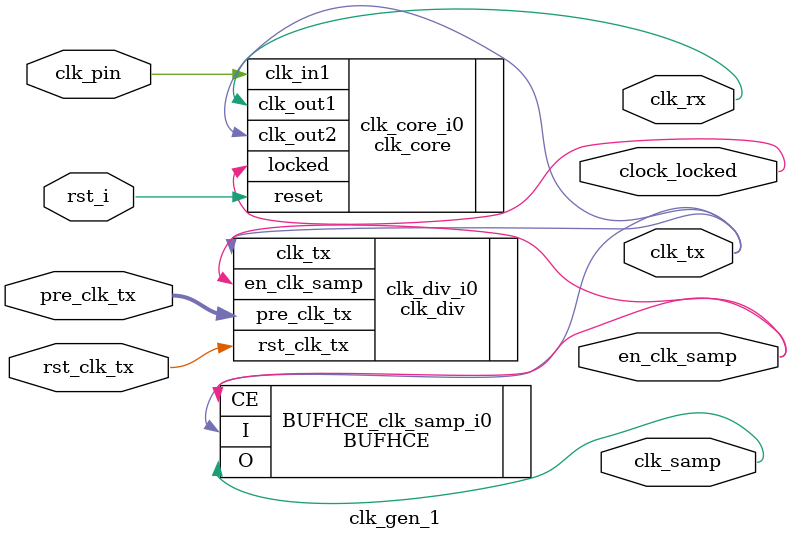
<source format=v>

`timescale 1ns/1ps


module clk_gen_1 (
  input             clk_pin,         // Input clock pin - IBUFGDS is in core
  input             rst_i,           // Asynchronous input from IBUF

  input             rst_clk_tx,      // For clock divider
  
  input      [15:0] pre_clk_tx,      // Current divider

  output            clk_rx,          // Receive clock
  output            clk_tx,          // Transmit clock
  output            clk_samp,        // Sample clock

  output            en_clk_samp,     // Enable for clk_samp
  output            clock_locked     // Locked signal from MMCM
);

//***************************************************************************
// Function definitions
//***************************************************************************

//***************************************************************************
// Parameter definitions
//***************************************************************************

//***************************************************************************
// Reg declarations
//***************************************************************************

//***************************************************************************
// Wire declarations
//***************************************************************************
  
//***************************************************************************
// Code
//***************************************************************************

  // Instantiate the prescale divider

  clk_div clk_div_i0 (
    .clk_tx          (clk_tx),
    .rst_clk_tx      (rst_clk_tx),
    .pre_clk_tx      (pre_clk_tx),
    .en_clk_samp     (en_clk_samp)
  );

  // Instantiate clk_core - generated by the Clocking Wizard

    clk_core clk_core_i0
     (
     // Clock in ports
      .clk_in1(clk_pin),      // input clk_in1
      // Clock out ports
      .clk_out1(clk_rx),     // output clk_out1
      .clk_out2(clk_tx),     // output clk_out2
      // Status and control signals
      .reset(rst_i), // input reset
      .locked(clock_locked));      // output locked
  // Insert Clock Core here

  BUFHCE #(
   .INIT_OUT(0)  // Initial output value
  )
  BUFHCE_clk_samp_i0
  (
     .O        (clk_samp),   // 1-bit The output of the BUFH
     .CE       (en_clk_samp),// 1-bit Enables propagation of signal from I to O
     .I        (clk_tx)      // 1-bit The input to the BUFH
  ); // BUFHCE
  


endmodule

</source>
